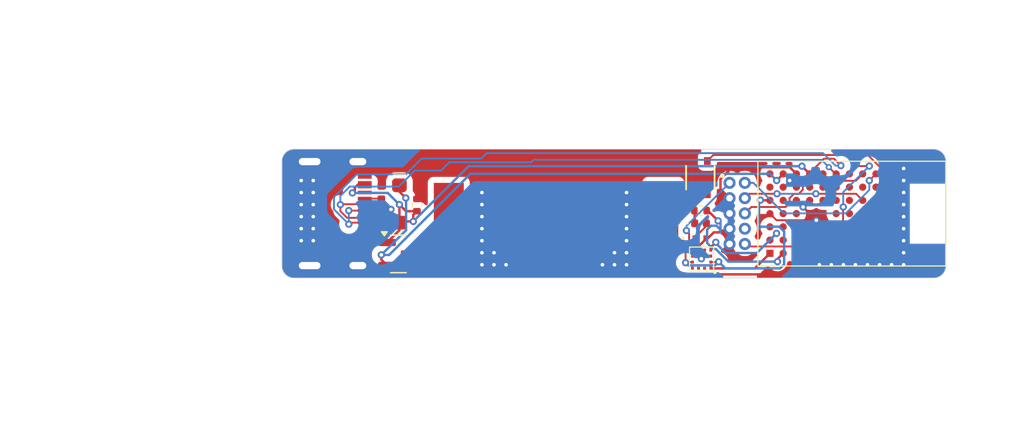
<source format=kicad_pcb>
(kicad_pcb (version 20240108) (generator "pcbnew") (generator_version "8.0")
  (layers (0 "F.Cu" signal) (31 "B.Cu" signal) (34 "B.Paste" user) (35 "F.Paste" user) (36 "B.SilkS" user "B.Silkscreen") (37 "F.SilkS" user "F.Silkscreen") (38 "B.Mask" user) (39 "F.Mask" user) (44 "Edge.Cuts" user))
  (net 0 "")
  (net 1 "/SCL")
  (net 5 "GND")
  (net 8 "/SDA")
  (net 9 "/SWDIO")
  (net 10 "/RESET")
  (net 11 "/SWDCLK")
  (net 12 "/SWO")
  (net 13 "/SWITCH")
  (net 15 "VDDH")
  (net 17 "VDD")
  (net 18 "/D-")
  (net 19 "Net-(J1-CC1)")
  (net 21 "/D+")
  (net 22 "Net-(J1-CC2)")
  (net 23 "+BATT")
  (net 30 "Net-(D1-K)")
  (net 32 "VBUS")
  (net 33 "/LED")
  (footprint "Snapeda:SWD Contacts" (layer "F.Cu") (at 211.05 102.6)
    (property "Reference" "SWD1" (hide yes))
    (property "Value" "~")
    (fp_circle (center -1.1 -3) (end -0.958579 -3) (stroke (width 0.1)) (fill solid) (layer "F.SilkS"))
    (pad "1" thru_hole circle (at -0.5 -2.405 270) (size 1 1) (drill 0.55) (layers "*.Cu" "*.Mask") (net 17 "VDD"))
    (pad "2" thru_hole circle (at 0.77 -2.405 270) (size 1 1) (drill 0.55) (layers "*.Cu" "*.Mask") (net 9 "/SWDIO"))
    (pad "3" thru_hole circle (at -0.5 -1.135 270) (size 1 1) (drill 0.55) (layers "*.Cu" "*.Mask") (net 5 "GND"))
    (pad "4" thru_hole circle (at 0.77 -1.135 270) (size 1 1) (drill 0.55) (layers "*.Cu" "*.Mask") (net 11 "/SWDCLK"))
    (pad "5" thru_hole circle (at -0.5 0.135 270) (size 1 1) (drill 0.55) (layers "*.Cu" "*.Mask") (net 5 "GND"))
    (pad "6" thru_hole circle (at 0.77 0.135 270) (size 1 1) (drill 0.55) (layers "*.Cu" "*.Mask") (net 12 "/SWO"))
    (pad "7" thru_hole circle (at -0.5 1.405 270) (size 1 1) (drill 0.55) (layers "*.Cu" "*.Mask") (net 5 "GND"))
    (pad "8" thru_hole circle (at 0.77 1.405 270) (size 1 1) (drill 0.55) (layers "*.Cu" "*.Mask"))
    (pad "9" thru_hole circle (at -0.5 2.675 270) (size 1 1) (drill 0.55) (layers "*.Cu" "*.Mask") (net 5 "GND"))
    (pad "10" thru_hole circle (at 0.77 2.675 270) (size 1 1) (drill 0.55) (layers "*.Cu" "*.Mask") (net 10 "/RESET"))
  )
  (footprint "Snapeda:MC3479_MEM" (layer "F.Cu") (at 208.2288 106.5295 180)
    (property "Reference" "U1" (hide yes))
    (property "Value" "MC3479")
    (fp_rect (start -1 -1) (end 1 1) (stroke (width 0.1)) (fill none) (layer "F.SilkS"))
    (fp_circle (center -1.1 -1.1) (end -1 -1.1) (stroke (width 0.1)) (fill solid) (layer "F.SilkS"))
    (pad "1" smd rect (at -0.759899 -0.750001 270) (size 0.254 0.2286) (layers "F.Cu" "F.Paste" "F.Mask") (net 1 "/SCL"))
    (pad "2" smd rect (at -0.759899 -0.25 270) (size 0.254 0.2286) (layers "F.Cu" "F.Paste" "F.Mask") (net 17 "VDD"))
    (pad "3" smd rect (at -0.759899 0.25 270) (size 0.254 0.2286) (layers "F.Cu" "F.Paste" "F.Mask") (net 5 "GND"))
    (pad "4" smd rect (at -0.759899 0.750001 270) (size 0.254 0.2286) (layers "F.Cu" "F.Paste" "F.Mask") (net 8 "/SDA"))
    (pad "5" smd rect (at -0.25 0.759899 180) (size 0.254 0.2286) (layers "F.Cu" "F.Paste" "F.Mask"))
    (pad "6" smd rect (at 0.25 0.759899 180) (size 0.254 0.2286) (layers "F.Cu" "F.Paste" "F.Mask") (net 5 "GND"))
    (pad "7" smd rect (at 0.759899 0.750001 270) (size 0.254 0.2286) (layers "F.Cu" "F.Paste" "F.Mask") (net 5 "GND"))
    (pad "8" smd rect (at 0.759899 0.25 270) (size 0.254 0.2286) (layers "F.Cu" "F.Paste" "F.Mask"))
    (pad "9" smd rect (at 0.759899 -0.25 270) (size 0.254 0.2286) (layers "F.Cu" "F.Paste" "F.Mask") (net 17 "VDD"))
    (pad "10" smd rect (at 0.759899 -0.750001 270) (size 0.254 0.2286) (layers "F.Cu" "F.Paste" "F.Mask"))
    (pad "11" smd rect (at 0.25 -0.759899 180) (size 0.254 0.2286) (layers "F.Cu" "F.Paste" "F.Mask"))
    (pad "12" smd rect (at -0.25 -0.759899 180) (size 0.254 0.2286) (layers "F.Cu" "F.Paste" "F.Mask"))
  )
  (footprint "Resistor_SMD:R_0402_1005Metric" (layer "F.Cu") (at 181.65 101 -90)
    (property "Reference" "R4" (hide yes))
    (property "Value" "5.1k")
    (pad "1" smd roundrect (at -0.51 0 270) (size 0.54 0.64) (layers "F.Cu" "F.Paste" "F.Mask") (net 5 "GND"))
    (pad "2" smd roundrect (at 0.51 0 270) (size 0.54 0.64) (layers "F.Cu" "F.Paste" "F.Mask") (net 19 "Net-(J1-CC1)"))
  )
  (footprint "Snapeda:SS1020FL" (layer "F.Cu") (at 183.15 101.95 -90)
    (property "Reference" "D2" (hide yes))
    (property "Value" "SS1020FL")
    (fp_line (start -2.4 -0.5) (end -2.4 0.5) (stroke (width 0.1)) (layer "F.SilkS"))
    (pad "1" smd roundrect (at -1.55 0 270) (size 1.15 1.22) (layers "F.Cu" "F.Paste" "F.Mask") (net 15 "VDDH"))
    (pad "2" smd roundrect (at 1.55 0 270) (size 1.15 1.22) (layers "F.Cu" "F.Paste" "F.Mask") (net 32 "VBUS"))
  )
  (footprint "Snapeda:R-668127_MIT" (layer "F.Cu") (at 208.12535 99.76 -90)
    (property "Reference" "SW1" (hide yes))
    (property "Value" "R-668127")
    (fp_line (start -0.982503 1.1811) (end 0.982503 1.1811) (stroke (width 0.1524)) (layer "F.SilkS"))
    (fp_line (start 0.982503 -1.1811) (end -0.982503 -1.1811) (stroke (width 0.1524)) (layer "F.SilkS"))
    (pad "1" smd rect (at -1.384998 -0.579999 270) (size 0.635 0.5588) (layers "F.Cu" "F.Paste" "F.Mask") (net 13 "/SWITCH"))
    (pad "2" smd rect (at 1.384998 -0.579999 270) (size 0.635 0.5588) (layers "F.Cu" "F.Paste" "F.Mask") (net 13 "/SWITCH"))
    (pad "3" smd rect (at -1.384998 0.579999 270) (size 0.635 0.5588) (layers "F.Cu" "F.Paste" "F.Mask") (net 5 "GND"))
    (pad "4" smd rect (at 1.384998 0.579999 270) (size 0.635 0.5588) (layers "F.Cu" "F.Paste" "F.Mask") (net 5 "GND"))
  )
  (footprint "Snapeda:PAN1780_PAN1780FP" (layer "F.Cu") (at 220.5 102.75)
    (property "Reference" "U3" (hide yes))
    (property "Value" "PAN1780")
    (fp_line (start -7.6 -4.35) (end 8 -4.35) (stroke (width 0.1016)) (layer "F.SilkS"))
    (fp_line (start -7.6 4.35) (end -7.6 -4.35) (stroke (width 0.1016)) (layer "F.SilkS"))
    (fp_line (start 8 -4.35) (end 8 4.35) (stroke (width 0.1016)) (layer "F.SilkS"))
    (fp_line (start 8 4.35) (end -7.6 4.35) (stroke (width 0.1016)) (layer "F.SilkS"))
    (pad "A1" smd rect (at -6.6 3.3) (size 0.6 0.6) (layers "F.Cu" "F.Paste" "F.Mask") (net 1 "/SCL"))
    (pad "A2" smd circle (at -5.5 3.3) (size 0.6 0.6) (layers "F.Cu" "F.Paste" "F.Mask") (net 33 "/LED"))
    (pad "A3" smd circle (at -4.4 3.3) (size 0.6 0.6) (layers "F.Cu" "F.Paste" "F.Mask"))
    (pad "A4" smd circle (at -3.3 3.3) (size 0.6 0.6) (layers "F.Cu" "F.Paste" "F.Mask"))
    (pad "A5" smd circle (at -2.2 3.3) (size 0.6 0.6) (layers "F.Cu" "F.Paste" "F.Mask"))
    (pad "A6" smd circle (at -1.1 3.3) (size 0.6 0.6) (layers "F.Cu" "F.Paste" "F.Mask"))
    (pad "A7" smd circle (at 0 3.3) (size 0.6 0.6) (layers "F.Cu" "F.Paste" "F.Mask"))
    (pad "A8" smd circle (at 1.1 3.3) (size 0.6 0.6) (layers "F.Cu" "F.Paste" "F.Mask"))
    (pad "A9" smd circle (at 2.2 3.3) (size 0.6 0.6) (layers "F.Cu" "F.Paste" "F.Mask"))
    (pad "A10" smd circle (at 3.3 3.3) (size 0.6 0.6) (layers "F.Cu" "F.Paste" "F.Mask") (net 5 "GND"))
    (pad "A12" smd circle (at 5.5 3.3) (size 0.6 0.6) (layers "F.Cu" "F.Paste" "F.Mask") (net 5 "GND"))
    (pad "A13" smd circle (at 6.6 3.3) (size 0.6 0.6) (layers "F.Cu" "F.Paste" "F.Mask") (net 5 "GND"))
    (pad "B1" smd circle (at -6.6 2.2) (size 0.6 0.6) (layers "F.Cu" "F.Paste" "F.Mask") (net 8 "/SDA"))
    (pad "B2" smd circle (at -5.5 2.2) (size 0.6 0.6) (layers "F.Cu" "F.Paste" "F.Mask"))
    (pad "B3" smd circle (at -4.4 2.2) (size 0.6 0.6) (layers "F.Cu" "F.Paste" "F.Mask"))
    (pad "B4" smd circle (at -3.3 2.2) (size 0.6 0.6) (layers "F.Cu" "F.Paste" "F.Mask"))
    (pad "B5" smd circle (at -2.2 2.2) (size 0.6 0.6) (layers "F.Cu" "F.Paste" "F.Mask"))
    (pad "B6" smd circle (at -1.1 2.2) (size 0.6 0.6) (layers "F.Cu" "F.Paste" "F.Mask"))
    (pad "B7" smd circle (at 0 2.2) (size 0.6 0.6) (layers "F.Cu" "F.Paste" "F.Mask"))
    (pad "B8" smd circle (at 1.1 2.2) (size 0.6 0.6) (layers "F.Cu" "F.Paste" "F.Mask"))
    (pad "B9" smd circle (at 2.2 2.2) (size 0.6 0.6) (layers "F.Cu" "F.Paste" "F.Mask"))
    (pad "B10" smd circle (at 3.3 2.2) (size 0.6 0.6) (layers "F.Cu" "F.Paste" "F.Mask") (net 5 "GND"))
    (pad "C1" smd circle (at -6.6 1.1) (size 0.6 0.6) (layers "F.Cu" "F.Paste" "F.Mask"))
    (pad "C2" smd circle (at -5.5 1.1) (size 0.6 0.6) (layers "F.Cu" "F.Paste" "F.Mask"))
    (pad "C3" smd circle (at -4.4 1.1) (size 0.6 0.6) (layers "F.Cu" "F.Paste" "F.Mask"))
    (pad "C4" smd circle (at -3.3 1.1) (size 0.6 0.6) (layers "F.Cu" "F.Paste" "F.Mask") (net 5 "GND"))
    (pad "C5" smd circle (at -2.2 1.1) (size 0.6 0.6) (layers "F.Cu" "F.Paste" "F.Mask") (net 5 "GND"))
    (pad "C6" smd circle (at -1.1 1.1) (size 0.6 0.6) (layers "F.Cu" "F.Paste" "F.Mask"))
    (pad "C7" smd circle (at 0 1.1) (size 0.6 0.6) (layers "F.Cu" "F.Paste" "F.Mask"))
    (pad "C8" smd circle (at 1.1 1.1) (size 0.6 0.6) (layers "F.Cu" "F.Paste" "F.Mask"))
    (pad "C9" smd circle (at 2.2 1.1) (size 0.6 0.6) (layers "F.Cu" "F.Paste" "F.Mask"))
    (pad "C10" smd circle (at 3.3 1.1) (size 0.6 0.6) (layers "F.Cu" "F.Paste" "F.Mask") (net 5 "GND"))
    (pad "D1" smd circle (at -6.6 0) (size 0.6 0.6) (layers "F.Cu" "F.Paste" "F.Mask") (net 5 "GND"))
    (pad "D2" smd circle (at -5.5 0) (size 0.6 0.6) (layers "F.Cu" "F.Paste" "F.Mask"))
    (pad "D3" smd circle (at -4.4 0) (size 0.6 0.6) (layers "F.Cu" "F.Paste" "F.Mask"))
    (pad "D4" smd circle (at -3.3 0) (size 0.6 0.6) (layers "F.Cu" "F.Paste" "F.Mask") (net 5 "GND"))
    (pad "D5" smd circle (at -2.2 0) (size 0.6 0.6) (layers "F.Cu" "F.Paste" "F.Mask") (net 5 "GND"))
    (pad "D6" smd circle (at -1.1 0) (size 0.6 0.6) (layers "F.Cu" "F.Paste" "F.Mask"))
    (pad "D7" smd circle (at 0 0) (size 0.6 0.6) (layers "F.Cu" "F.Paste" "F.Mask"))
    (pad "D8" smd circle (at 1.1 0) (size 0.6 0.6) (layers "F.Cu" "F.Paste" "F.Mask"))
    (pad "D9" smd circle (at 2.2 0) (size 0.6 0.6) (layers "F.Cu" "F.Paste" "F.Mask") (net 5 "GND"))
    (pad "D10" smd circle (at 3.3 0) (size 0.6 0.6) (layers "F.Cu" "F.Paste" "F.Mask") (net 5 "GND"))
    (pad "E1" smd circle (at -6.6 -1.1) (size 0.6 0.6) (layers "F.Cu" "F.Paste" "F.Mask") (net 17 "VDD"))
    (pad "E2" smd circle (at -5.5 -1.1) (size 0.6 0.6) (layers "F.Cu" "F.Paste" "F.Mask"))
    (pad "E3" smd circle (at -4.4 -1.1) (size 0.6 0.6) (layers "F.Cu" "F.Paste" "F.Mask") (net 5 "GND"))
    (pad "E4" smd circle (at -3.3 -1.1) (size 0.6 0.6) (layers "F.Cu" "F.Paste" "F.Mask"))
    (pad "E5" smd circle (at -2.2 -1.1) (size 0.6 0.6) (layers "F.Cu" "F.Paste" "F.Mask"))
    (pad "E6" smd circle (at -1.1 -1.1) (size 0.6 0.6) (layers "F.Cu" "F.Paste" "F.Mask"))
    (pad "E7" smd circle (at 0 -1.1) (size 0.6 0.6) (layers "F.Cu" "F.Paste" "F.Mask"))
    (pad "E8" smd circle (at 1.1 -1.1) (size 0.6 0.6) (layers "F.Cu" "F.Paste" "F.Mask") (net 11 "/SWDCLK"))
    (pad "E9" smd circle (at 2.2 -1.1) (size 0.6 0.6) (layers "F.Cu" "F.Paste" "F.Mask"))
    (pad "E10" smd circle (at 3.3 -1.1) (size 0.6 0.6) (layers "F.Cu" "F.Paste" "F.Mask"))
    (pad "F1" smd circle (at -6.6 -2.2) (size 0.6 0.6) (layers "F.Cu" "F.Paste" "F.Mask"))
    (pad "F2" smd circle (at -5.5 -2.2) (size 0.6 0.6) (layers "F.Cu" "F.Paste" "F.Mask"))
    (pad "F3" smd circle (at -4.4 -2.2) (size 0.6 0.6) (layers "F.Cu" "F.Paste" "F.Mask"))
    (pad "F4" smd circle (at -3.3 -2.2) (size 0.6 0.6) (layers "F.Cu" "F.Paste" "F.Mask"))
    (pad "F5" smd circle (at -2.2 -2.2) (size 0.6 0.6) (layers "F.Cu" "F.Paste" "F.Mask"))
    (pad "F6" smd circle (at -1.1 -2.2) (size 0.6 0.6) (layers "F.Cu" "F.Paste" "F.Mask"))
    (pad "F7" smd circle (at 0 -2.2) (size 0.6 0.6) (layers "F.Cu" "F.Paste" "F.Mask"))
    (pad "F8" smd circle (at 1.1 -2.2) (size 0.6 0.6) (layers "F.Cu" "F.Paste" "F.Mask"))
    (pad "F9" smd circle (at 2.2 -2.2) (size 0.6 0.6) (layers "F.Cu" "F.Paste" "F.Mask") (net 13 "/SWITCH"))
    (pad "F10" smd circle (at 3.3 -2.2) (size 0.6 0.6) (layers "F.Cu" "F.Paste" "F.Mask") (net 5 "GND"))
    (pad "G1" smd circle (at -6.6 -3.3) (size 0.6 0.6) (layers "F.Cu" "F.Paste" "F.Mask"))
    (pad "G2" smd circle (at -5.5 -3.3) (size 0.6 0.6) (layers "F.Cu" "F.Paste" "F.Mask") (net 15 "VDDH"))
    (pad "G3" smd circle (at -4.4 -3.3) (size 0.6 0.6) (layers "F.Cu" "F.Paste" "F.Mask") (net 5 "GND"))
    (pad "G4" smd circle (at -3.3 -3.3) (size 0.6 0.6) (layers "F.Cu" "F.Paste" "F.Mask") (net 32 "VBUS"))
    (pad "G5" smd circle (at -2.2 -3.3) (size 0.6 0.6) (layers "F.Cu" "F.Paste" "F.Mask") (net 21 "/D+"))
    (pad "G6" smd circle (at -1.1 -3.3) (size 0.6 0.6) (layers "F.Cu" "F.Paste" "F.Mask") (net 18 "/D-"))
    (pad "G7" smd circle (at 0 -3.3) (size 0.6 0.6) (layers "F.Cu" "F.Paste" "F.Mask") (net 10 "/RESET"))
    (pad "G8" smd circle (at 1.1 -3.3) (size 0.6 0.6) (layers "F.Cu" "F.Paste" "F.Mask") (net 12 "/SWO"))
    (pad "G9" smd circle (at 2.2 -3.3) (size 0.6 0.6) (layers "F.Cu" "F.Paste" "F.Mask") (net 9 "/SWDIO"))
    (pad "G10" smd circle (at 3.3 -3.3) (size 0.6 0.6) (layers "F.Cu" "F.Paste" "F.Mask") (net 5 "GND"))
    (pad "G12" smd circle (at 5.5 -3.3) (size 0.6 0.6) (layers "F.Cu" "F.Paste" "F.Mask") (net 5 "GND"))
    (pad "G13" smd circle (at 6.6 -3.3) (size 0.6 0.6) (layers "F.Cu" "F.Paste" "F.Mask") (net 5 "GND"))
    (zone (net 0) (net_name "") (layers "F&B.Cu") (name "Antenna Keep Out") (connect_pads (clearance 0)) (min_thickness 0.25)
      (keepout (tracks not_allowed) (vias not_allowed) (pads not_allowed) (copperpour not_allowed) (footprints not_allowed))
      (fill (thermal_gap 0.5) (thermal_bridge_width 0.5))
      (polygon (pts (xy 228.5 105.25) (xy 228.5 100.25) (xy 225.5 100.25) (xy 225.5 105.25)))
    )
  )
  (footprint "Snapeda:USB4215-03-A_REVA_GCT_USB4215-03-A_REVA" (layer "F.Cu") (at 175.7 102.75 -90)
    (property "Reference" "J1" (hide yes))
    (property "Value" "USB4215-03-A_REVA")
    (pad "A1_B12" smd rect (at -3.2 -4.575 270) (size 0.6 1.15) (layers "F.Cu" "F.Paste" "F.Mask") (net 5 "GND"))
    (pad "A4_B9" smd rect (at -2.4 -4.575 270) (size 0.6 1.15) (layers "F.Cu" "F.Paste" "F.Mask") (net 32 "VBUS"))
    (pad "A5" smd rect (at -1.25 -4.575 270) (size 0.3 1.15) (layers "F.Cu" "F.Paste" "F.Mask") (net 19 "Net-(J1-CC1)"))
    (pad "A6" smd rect (at -0.25 -4.575 270) (size 0.3 1.15) (layers "F.Cu" "F.Paste" "F.Mask") (net 21 "/D+"))
    (pad "A7" smd rect (at 0.25 -4.575 270) (size 0.3 1.15) (layers "F.Cu" "F.Paste" "F.Mask") (net 18 "/D-"))
    (pad "A8" smd rect (at 1.25 -4.575 270) (size 0.3 1.15) (layers "F.Cu" "F.Paste" "F.Mask"))
    (pad "B1_A12" smd rect (at 3.2 -4.575 270) (size 0.6 1.15) (layers "F.Cu" "F.Paste" "F.Mask") (net 5 "GND"))
    (pad "B4_A9" smd rect (at 2.4 -4.575 270) (size 0.6 1.15) (layers "F.Cu" "F.Paste" "F.Mask") (net 32 "VBUS"))
    (pad "B5" smd rect (at 1.75 -4.575 270) (size 0.3 1.15) (layers "F.Cu" "F.Paste" "F.Mask") (net 22 "Net-(J1-CC2)"))
    (pad "B6" smd rect (at 0.75 -4.575 270) (size 0.3 1.15) (layers "F.Cu" "F.Paste" "F.Mask") (net 21 "/D+"))
    (pad "B7" smd rect (at -0.75 -4.575 270) (size 0.3 1.15) (layers "F.Cu" "F.Paste" "F.Mask") (net 18 "/D-"))
    (pad "B8" smd rect (at -1.75 -4.575 270) (size 0.3 1.15) (layers "F.Cu" "F.Paste" "F.Mask"))
    (pad "SH1" thru_hole oval (at -4.32 -4 270) (size 1 1.8) (drill oval 0.6 1.4) (layers "*.Cu" "*.Mask") (net 5 "GND"))
    (pad "SH2" thru_hole oval (at 4.32 -4 270) (size 1 1.8) (drill oval 0.6 1.4) (layers "*.Cu" "*.Mask") (net 5 "GND"))
    (pad "SH3" thru_hole roundrect (at -4.32 0 270) (size 1 2.2) (drill oval 0.6 1.8) (layers "*.Cu" "*.Mask") (net 5 "GND"))
    (pad "SH4" thru_hole roundrect (at 4.32 0 270) (size 1 2.2) (drill oval 0.6 1.8) (layers "*.Cu" "*.Mask") (net 5 "GND"))
  )
  (footprint "Resistor_SMD:R_0402_1005Metric" (layer "F.Cu") (at 184.6 102.04 90)
    (property "Reference" "R5" (hide yes))
    (property "Value" "100k" (hide yes))
    (fp_line (start -0.153641 -0.38) (end 0.153641 -0.38) (stroke (width 0.12)) (layer "F.SilkS"))
    (fp_line (start -0.153641 0.38) (end 0.153641 0.38) (stroke (width 0.12)) (layer "F.SilkS"))
    (pad "1" smd roundrect (at -0.51 0 90) (size 0.54 0.64) (layers "F.Cu" "F.Paste" "F.Mask") (net 32 "VBUS"))
    (pad "2" smd roundrect (at 0.51 0 90) (size 0.54 0.64) (layers "F.Cu" "F.Paste" "F.Mask") (net 5 "GND"))
  )
  (footprint "Snapeda:CAP_CL05_SAM" (layer "F.Cu") (at 208.1288 104.7807)
    (property "Reference" "C1" (hide yes))
    (property "Value" "0.1uF")
    (fp_circle (center -1.4906 0) (end -1.4144 0) (stroke (width 0.1524)) (fill none) (layer "F.SilkS"))
    (pad "1" smd rect (at -0.4512 0) (size 0.4024 0.4492) (layers "F.Cu" "F.Paste" "F.Mask") (net 17 "VDD"))
    (pad "2" smd rect (at 0.4512 0) (size 0.4024 0.4492) (layers "F.Cu" "F.Paste" "F.Mask") (net 5 "GND"))
    (zone (net 0) (net_name "") (layer "F.Cu") (connect_pads (clearance 0)) (min_thickness 0.254)
      (keepout (tracks not_allowed) (vias not_allowed) (pads allowed) (copperpour not_allowed) (footprints allowed))
      (fill (thermal_gap 0.508) (thermal_bridge_width 0.508))
      (polygon (pts (xy 207.9296 104.5815) (xy 208.328 104.5815) (xy 208.328 104.9799) (xy 207.9296 104.9799)))
    )
  )
  (footprint "Resistor_SMD:R_0402_1005Metric" (layer "F.Cu") (at 208.140349 102.5007)
    (property "Reference" "R1" (hide yes))
    (property "Value" "49.9")
    (fp_line (start -0.153641 -0.38) (end 0.153641 -0.38) (stroke (width 0.12)) (layer "F.SilkS"))
    (fp_line (start -0.153641 0.38) (end 0.153641 0.38) (stroke (width 0.12)) (layer "F.SilkS"))
    (pad "1" smd roundrect (at -0.51 0) (size 0.54 0.64) (layers "F.Cu" "F.Paste" "F.Mask") (net 30 "Net-(D1-K)"))
    (pad "2" smd roundrect (at 0.51 0) (size 0.54 0.64) (layers "F.Cu" "F.Paste" "F.Mask") (net 33 "/LED"))
  )
  (footprint "Snapeda:BAT-HLD-012-SMT_TEC" (layer "F.Cu") (at 196.15 102.9498)
    (property "Reference" "BT1" (hide yes))
    (property "Value" "BAT-HLD-012-SMT")
    (pad "1" smd rect (at -8.9 -0.199799) (size 2.4892 5.1054) (layers "F.Cu" "F.Paste" "F.Mask") (net 23 "+BATT"))
    (pad "1" smd rect (at 8.9 -0.199799) (size 2.4892 5.1054) (layers "F.Cu" "F.Paste" "F.Mask") (net 23 "+BATT"))
    (pad "2" smd circle (at 0 -0.199799) (size 10.2108 10.2108) (layers "F.Cu" "F.Paste" "F.Mask") (net 5 "GND"))
  )
  (footprint "Resistor_SMD:R_0402_1005Metric" (layer "F.Cu") (at 181.65 103.3 90)
    (property "Reference" "R6" (hide yes))
    (property "Value" "5.1k")
    (pad "1" smd roundrect (at -0.51 0 90) (size 0.54 0.64) (layers "F.Cu" "F.Paste" "F.Mask") (net 22 "Net-(J1-CC2)"))
    (pad "2" smd roundrect (at 0.51 0 90) (size 0.54 0.64) (layers "F.Cu" "F.Paste" "F.Mask") (net 5 "GND"))
  )
  (footprint "LED_SMD:LED_0402_1005Metric" (layer "F.Cu") (at 208.140349 103.5507)
    (property "Reference" "D1" (hide yes))
    (property "Value" "LED")
    (fp_circle (center -1.09 0) (end -1.04 0) (stroke (width 0.1)) (fill none) (layer "F.SilkS"))
    (pad "1" smd roundrect (at -0.485 0) (size 0.59 0.64) (layers "F.Cu" "F.Paste" "F.Mask") (net 30 "Net-(D1-K)"))
    (pad "2" smd roundrect (at 0.485 0) (size 0.59 0.64) (layers "F.Cu" "F.Paste" "F.Mask") (net 17 "VDD"))
  )
  (footprint "Package_TO_SOT_SMD:SOT-23" (layer "F.Cu") (at 183.0625 106.1)
    (property "Reference" "Q2" (hide yes))
    (property "Value" "Q_PMOS_GSD" (hide yes))
    (fp_line (start 0 -1.56) (end -0.65 -1.56) (stroke (width 0.12)) (layer "F.SilkS"))
    (fp_line (start 0 -1.56) (end 0.65 -1.56) (stroke (width 0.12)) (layer "F.SilkS"))
    (fp_line (start 0 1.56) (end -0.65 1.56) (stroke (width 0.12)) (layer "F.SilkS"))
    (fp_line (start 0 1.56) (end 0.65 1.56) (stroke (width 0.12)) (layer "F.SilkS"))
    (fp_poly (pts (xy -1.1625 -1.51) (xy -1.4025 -1.84) (xy -0.9225 -1.84) (xy -1.1625 -1.51)) (stroke (width 0.12)) (fill solid) (layer "F.SilkS"))
    (pad "1" smd roundrect (at -0.9375 -0.95) (size 1.475 0.6) (layers "F.Cu" "F.Paste" "F.Mask") (net 32 "VBUS"))
    (pad "2" smd roundrect (at -0.9375 0.95) (size 1.475 0.6) (layers "F.Cu" "F.Paste" "F.Mask") (net 15 "VDDH"))
    (pad "3" smd roundrect (at 0.9375 0) (size 1.475 0.6) (layers "F.Cu" "F.Paste" "F.Mask") (net 23 "+BATT"))
  )
  (gr_line (start 228.5 98.4) (end 228.5 107.1) (stroke (width 0.05)) (layer "Edge.Cuts"))
  (gr_arc (start 228.5 107.1) (mid 228.207107 107.807107) (end 227.5 108.1) (stroke (width 0.05)) (layer "Edge.Cuts"))
  (gr_line (start 173.4 107.1) (end 173.4 98.4) (stroke (width 0.05)) (layer "Edge.Cuts"))
  (gr_line (start 174.4 97.4) (end 227.5 97.4) (stroke (width 0.05)) (layer "Edge.Cuts"))
  (gr_arc (start 174.4 108.1) (mid 173.692893 107.807107) (end 173.4 107.1) (stroke (width 0.05)) (layer "Edge.Cuts"))
  (gr_arc (start 173.4 98.4) (mid 173.692893 97.692893) (end 174.4 97.4) (stroke (width 0.05)) (layer "Edge.Cuts"))
  (gr_arc (start 227.5 97.4) (mid 228.207107 97.692893) (end 228.5 98.4) (stroke (width 0.05)) (layer "Edge.Cuts"))
  (gr_line (start 227.5 108.1) (end 174.4 108.1) (stroke (width 0.05)) (layer "Edge.Cuts"))
  (segment (start 212.646699 107.303301) (end 213.9 106.05) (width 0.2) (layer "F.Cu") (net 1))
  (segment (start 208.988699 107.279501) (end 209.012499 107.303301) (width 0.2) (layer "F.Cu") (net 1))
  (segment (start 209.012499 107.303301) (end 212.646699 107.303301) (width 0.2) (layer "F.Cu") (net 1))
  (segment (start 209.7976 100.7126) (end 209.7976 99.883345) (width 0.2) (layer "F.Cu") (net 5))
  (segment (start 210.783345 98.8976) (end 215.5476 98.8976) (width 0.2) (layer "F.Cu") (net 5))
  (segment (start 210.55 102.735) (end 210.55 104.005) (width 0.2) (layer "F.Cu") (net 5))
  (segment (start 207.545351 101.144998) (end 207.7786 100.911749) (width 0.2) (layer "F.Cu") (net 5))
  (segment (start 207.9788 105.769601) (end 207.9788 105.470522) (width 0.2) (layer "F.Cu") (net 5))
  (segment (start 207.9788 106.2695) (end 208.21 106.5007) (width 0.2) (layer "F.Cu") (net 5))
  (segment (start 210.55 101.465) (end 209.7976 100.7126) (width 0.2) (layer "F.Cu") (net 5))
  (segment (start 208.58 104.869322) (end 208.58 104.7807) (width 0.2) (layer "F.Cu") (net 5))
  (segment (start 207.9788 105.769601) (end 207.9788 106.2695) (width 0.2) (layer "F.Cu") (net 5))
  (segment (start 208.7693 104.7807) (end 209.24 104.31) (width 0.2) (layer "F.Cu") (net 5))
  (segment (start 207.7786 98.608251) (end 207.545351 98.375002) (width 0.2) (layer "F.Cu") (net 5))
  (segment (start 210.245 104.31) (end 210.55 104.005) (width 0.2) (layer "F.Cu") (net 5))
  (segment (start 208.4312 106.2795) (end 208.21 106.5007) (width 0.2) (layer "F.Cu") (net 5))
  (segment (start 214.45 103.3) (end 213.9 102.75) (width 0.1524) (layer "F.Cu") (net 5))
  (segment (start 216.1 101.65) (end 216.65 102.2) (width 0.2) (layer "F.Cu") (net 5))
  (segment (start 209.7976 99.883345) (end 210.783345 98.8976) (width 0.2) (layer "F.Cu") (net 5))
  (segment (start 208.988699 106.2795) (end 208.4312 106.2795) (width 0.2) (layer "F.Cu") (net 5))
  (segment (start 216.09 99.45) (end 215.54 100) (width 0.2) (layer "F.Cu") (net 5))
  (segment (start 216.1 99.45) (end 216.09 99.45) (width 0.2) (layer "F.Cu") (net 5))
  (segment (start 213.9 102.75) (end 213.81 102.75) (width 0.2) (layer "F.Cu") (net 5))
  (segment (start 210.55 105.275) (end 210.55 104.005) (width 0.2) (layer "F.Cu") (net 5))
  (segment (start 207.968902 105.779499) (end 207.9788 105.769601) (width 0.2) (layer "F.Cu") (net 5))
  (segment (start 210.55 101.465) (end 210.465 101.465) (width 0.2) (layer "F.Cu") (net 5))
  (segment (start 215.65 107.8) (end 205.45 107.8) (width 0.2) (layer "F.Cu") (net 5))
  (segment (start 207.468901 105.779499) (end 207.968902 105.779499) (width 0.2) (layer "F.Cu") (net 5))
  (segment (start 215.5476 98.8976) (end 216.1 99.45) (width 0.2) (layer "F.Cu") (net 5))
  (segment (start 210.55 101.465) (end 210.55 102.735) (width 0.2) (layer "F.Cu") (net 5))
  (segment (start 217.75 103.3) (end 214.45 103.3) (width 0.1524) (layer "F.Cu") (net 5))
  (segment (start 207.9788 105.470522) (end 208.58 104.869322) (width 0.2) (layer "F.Cu") (net 5))
  (segment (start 216.65 102.2) (end 217.2 102.75) (width 0.2) (layer "F.Cu") (net 5))
  (segment (start 209.24 104.31) (end 210.245 104.31) (width 0.2) (layer "F.Cu") (net 5))
  (segment (start 208.58 104.7807) (end 208.7693 104.7807) (width 0.2) (layer "F.Cu") (net 5))
  (segment (start 213.9 102.75) (end 213.935966 102.75) (width 0.2) (layer "F.Cu") (net 5))
  (via (at 202 106) (size 0.6) (drill 0.3) (layers "F.Cu" "B.Cu") (net 5))
  (via (at 202 103) (size 0.6) (drill 0.3) (layers "F.Cu" "B.Cu") (net 5))
  (via (at 192 107) (size 0.6) (drill 0.3) (layers "F.Cu" "B.Cu") (net 5))
  (via (at 190 106) (size 0.6) (drill 0.3) (layers "F.Cu" "B.Cu") (net 5))
  (via (at 225 100) (size 0.6) (drill 0.3) (layers "F.Cu" "B.Cu") (net 5))
  (via (at 175 103) (size 0.6) (drill 0.3) (layers "F.Cu" "B.Cu") (net 5))
  (via (at 175 105) (size 0.6) (drill 0.3) (layers "F.Cu" "B.Cu") (net 5))
  (via (at 220 107) (size 0.6) (drill 0.3) (layers "F.Cu" "B.Cu") (net 5))
  (via (at 190 105) (size 0.6) (drill 0.3) (layers "F.Cu" "B.Cu") (net 5))
  (via (at 225 99) (size 0.6) (drill 0.3) (layers "F.Cu" "B.Cu") (net 5))
  (via (at 176 104) (size 0.6) (drill 0.3) (layers "F.Cu" "B.Cu") (net 5))
  (via (at 202 102) (size 0.6) (drill 0.3) (layers "F.Cu" "B.Cu") (net 5))
  (via (at 202 104) (size 0.6) (drill 0.3) (layers "F.Cu" "B.Cu") (net 5))
  (via (at 190 103) (size 0.6) (drill 0.3) (layers "F.Cu" "B.Cu") (net 5))
  (via (at 202 107) (size 0.6) (drill 0.3) (layers "F.Cu" "B.Cu") (net 5))
  (via (at 225 106) (size 0.6) (drill 0.3) (layers "F.Cu" "B.Cu") (net 5))
  (via (at 176 103) (size 0.6) (drill 0.3) (layers "F.Cu" "B.Cu") (net 5))
  (via (at 202 101) (size 0.6) (drill 0.3) (layers "F.Cu" "B.Cu") (net 5))
  (via (at 215.54 100) (size 0.6) (drill 0.3) (layers "F.Cu" "B.Cu") (net 5))
  (via (at 182.45 102.4) (size 0.6) (drill 0.3) (layers "F.Cu" "B.Cu") (net 5))
  (via (at 176 105) (size 0.6) (drill 0.3) (layers "F.Cu" "B.Cu") (net 5))
  (via (at 190 101) (size 0.6) (drill 0.3) (layers "F.Cu" "B.Cu") (net 5))
  (via (at 176 100) (size 0.6) (drill 0.3) (layers "F.Cu" "B.Cu") (net 5))
  (via (at 222 107) (size 0.6) (drill 0.3) (layers "F.Cu" "B.Cu") (net 5))
  (via (at 175 100) (size 0.6) (drill 0.3) (layers "F.Cu" "B.Cu") (net 5))
  (via (at 208.21 106.5007) (size 0.6) (drill 0.3) (layers "F.Cu" "B.Cu") (net 5))
  (via (at 217.75 103.3) (size 0.6) (drill 0.3) (layers "F.Cu" "B.Cu") (net 5))
  (via (at 201 107) (size 0.6) (drill 0.3) (layers "F.Cu" "B.Cu") (net 5))
  (via (at 175 102) (size 0.6) (drill 0.3) (layers "F.Cu" "B.Cu") (net 5))
  (via (at 225 104) (size 0.6) (drill 0.3) (layers "F.Cu" "B.Cu") (net 5))
  (via (at 225 103) (size 0.6) (drill 0.3) (layers "F.Cu" "B.Cu") (net 5))
  (via (at 216.65 102.2) (size 0.6) (drill 0.3) (layers "F.Cu" "B.Cu") (net 5))
  (via (at 176 102) (size 0.6) (drill 0.3) (layers "F.Cu" "B.Cu") (net 5))
  (via (at 225 102) (size 0.6) (drill 0.3) (layers "F.Cu" "B.Cu") (net 5))
  (via (at 175 101) (size 0.6) (drill 0.3) (layers "F.Cu" "B.Cu") (net 5))
  (via (at 225 105) (size 0.6) (drill 0.3) (layers "F.Cu" "B.Cu") (net 5))
  (via (at 202 105) (size 0.6) (drill 0.3) (layers "F.Cu" "B.Cu") (net 5))
  (via (at 218 107) (size 0.6) (drill 0.3) (layers "F.Cu" "B.Cu") (net 5))
  (via (at 190 107) (size 0.6) (drill 0.3) (layers "F.Cu" "B.Cu") (net 5))
  (via (at 225 107) (size 0.6) (drill 0.3) (layers "F.Cu" "B.Cu") (net 5))
  (via (at 219 107) (size 0.6) (drill 0.3) (layers "F.Cu" "B.Cu") (net 5))
  (via (at 225 101) (size 0.6) (drill 0.3) (layers "F.Cu" "B.Cu") (net 5))
  (via (at 223 107) (size 0.6) (drill 0.3) (layers "F.Cu" "B.Cu") (net 5))
  (via (at 224 107) (size 0.6) (drill 0.3) (layers "F.Cu" "B.Cu") (net 5))
  (via (at 175 104) (size 0.6) (drill 0.3) (layers "F.Cu" "B.Cu") (net 5))
  (via (at 200 107) (size 0.6) (drill 0.3) (layers "F.Cu" "B.Cu") (net 5))
  (via (at 191 107) (size 0.6) (drill 0.3) (layers "F.Cu" "B.Cu") (net 5))
  (via (at 221 107) (size 0.6) (drill 0.3) (layers "F.Cu" "B.Cu") (net 5))
  (via (at 201 106) (size 0.6) (drill 0.3) (layers "F.Cu" "B.Cu") (net 5))
  (via (at 190 104) (size 0.6) (drill 0.3) (layers "F.Cu" "B.Cu") (net 5))
  (via (at 176 101) (size 0.6) (drill 0.3) (layers "F.Cu" "B.Cu") (net 5))
  (via (at 190 102) (size 0.6) (drill 0.3) (layers "F.Cu" "B.Cu") (net 5))
  (via (at 191 106) (size 0.6) (drill 0.3) (layers "F.Cu" "B.Cu") (net 5))
  (segment (start 208.988699 105.551301) (end 209.41 105.13) (width 0.2) (layer "F.Cu") (net 8))
  (segment (start 214.45 104.4) (end 213.9 104.95) (width 0.1524) (layer "F.Cu") (net 8))
  (segment (start 214.45 104.39) (end 214.45 104.4) (width 0.1524) (layer "F.Cu") (net 8))
  (segment (start 208.988699 105.779499) (end 208.988699 105.551301) (width 0.2) (layer "F.Cu") (net 8))
  (via (at 209.41 105.13) (size 0.6) (drill 0.3) (layers "F.Cu" "B.Cu") (net 8))
  (via (at 214.45 104.39) (size 0.6) (drill 0.3) (layers "F.Cu" "B.Cu") (net 8))
  (segment (start 212.8126 106.0274) (end 214.45 104.39) (width 0.2) (layer "B.Cu") (net 8))
  (segment (start 209.41 105.199055) (end 210.238345 106.0274) (width 0.2) (layer "B.Cu") (net 8))
  (segment (start 209.41 105.13) (end 209.41 105.199055) (width 0.2) (layer "B.Cu") (net 8))
  (segment (start 210.238345 106.0274) (end 212.8126 106.0274) (width 0.2) (layer "B.Cu") (net 8))
  (segment (start 222.193879 99.993267) (end 222.193879 99.956121) (width 0.1524) (layer "F.Cu") (net 9))
  (segment (start 222.7 99.45) (end 222.15 100) (width 0.1524) (layer "F.Cu") (net 9))
  (via (at 222.15 100) (size 0.6) (drill 0.3) (layers "F.Cu" "B.Cu") (net 9))
  (segment (start 212.527106 100.195) (end 215.060706 102.7286) (width 0.1524) (layer "B.Cu") (net 9))
  (segment (start 220.205525 102.7286) (end 222.15 100.784125) (width 0.1524) (layer "B.Cu") (net 9))
  (segment (start 222.15 100.784125) (end 222.15 100) (width 0.1524) (layer "B.Cu") (net 9))
  (segment (start 211.82 100.195) (end 212.527106 100.195) (width 0.1524) (layer "B.Cu") (net 9))
  (segment (start 215.060706 102.7286) (end 220.205525 102.7286) (width 0.1524) (layer "B.Cu") (net 9))
  (segment (start 221.15 98.8) (end 220.5 99.45) (width 0.1524) (layer "F.Cu") (net 10))
  (segment (start 219.661754 105.4786) (end 219.9714 105.168954) (width 0.1524) (layer "F.Cu") (net 10))
  (segment (start 219.9714 105.168954) (end 219.9714 102.215171) (width 0.1524) (layer "F.Cu") (net 10))
  (segment (start 211.82 105.275) (end 212.0236 105.4786) (width 0.1524) (layer "F.Cu") (net 10))
  (segment (start 222.15 98.8) (end 221.15 98.8) (width 0.1524) (layer "F.Cu") (net 10))
  (segment (start 212.0236 105.4786) (end 219.661754 105.4786) (width 0.1524) (layer "F.Cu") (net 10))
  (segment (start 219.9714 102.215171) (end 219.986571 102.2) (width 0.1524) (layer "F.Cu") (net 10))
  (via (at 222.15 98.8) (size 0.6) (drill 0.3) (layers "F.Cu" "B.Cu") (net 10))
  (via (at 219.986571 102.2) (size 0.6) (drill 0.3) (layers "F.Cu" "B.Cu") (net 10))
  (segment (start 219.986571 102.2) (end 219.986571 100.963429) (width 0.1524) (layer "B.Cu") (net 10))
  (segment (start 219.986571 100.963429) (end 222.15 98.8) (width 0.1524) (layer "B.Cu") (net 10))
  (segment (start 214.486571 101.1) (end 212.185 101.1) (width 0.1524) (layer "F.Cu") (net 11))
  (segment (start 221.6 101.65) (end 221.05 101.1) (width 0.1524) (layer "F.Cu") (net 11))
  (segment (start 212.185 101.1) (end 211.82 101.465) (width 0.1524) (layer "F.Cu") (net 11))
  (segment (start 221.05 101.1) (end 217.713429 101.1) (width 0.1524) (layer "F.Cu") (net 11))
  (via (at 217.713429 101.1) (size 0.6) (drill 0.3) (layers "F.Cu" "B.Cu") (net 11))
  (via (at 214.486571 101.1) (size 0.6) (drill 0.3) (layers "F.Cu" "B.Cu") (net 11))
  (segment (start 217.713429 101.1) (end 214.486571 101.1) (width 0.1524) (layer "B.Cu") (net 11))
  (segment (start 216.6286 100.768954) (end 216.276154 101.1214) (width 0.1524) (layer "F.Cu") (net 12))
  (segment (start 215.197554 102.2) (end 212.355 102.2) (width 0.1524) (layer "F.Cu") (net 12))
  (segment (start 216.981046 100.0214) (end 216.6286 100.373846) (width 0.1524) (layer "F.Cu") (net 12))
  (segment (start 221.0286 100.0214) (end 216.981046 100.0214) (width 0.1524) (layer "F.Cu") (net 12))
  (segment (start 215.8786 101.1214) (end 215.5286 101.4714) (width 0.1524) (layer "F.Cu") (net 12))
  (segment (start 215.5286 101.4714) (end 215.5286 101.868954) (width 0.1524) (layer "F.Cu") (net 12))
  (segment (start 216.6286 100.373846) (end 216.6286 100.768954) (width 0.1524) (layer "F.Cu") (net 12))
  (segment (start 221.6 99.45) (end 221.0286 100.0214) (width 0.1524) (layer "F.Cu") (net 12))
  (segment (start 212.355 102.2) (end 211.82 102.735) (width 0.1524) (layer "F.Cu") (net 12))
  (segment (start 216.276154 101.1214) (end 215.8786 101.1214) (width 0.1524) (layer "F.Cu") (net 12))
  (segment (start 215.5286 101.868954) (end 215.197554 102.2) (width 0.1524) (layer "F.Cu") (net 12))
  (segment (start 208.705349 98.375002) (end 209.200351 97.88) (width 0.1524) (layer "F.Cu") (net 13))
  (segment (start 209.200351 97.88) (end 222.03 97.88) (width 0.1524) (layer "F.Cu") (net 13))
  (segment (start 223.2286 99.0786) (end 223.2286 100.0214) (width 0.1524) (layer "F.Cu") (net 13))
  (segment (start 223.2286 100.0214) (end 222.7 100.55) (width 0.1524) (layer "F.Cu") (net 13))
  (segment (start 222.03 97.88) (end 223.2286 99.0786) (width 0.1524) (layer "F.Cu") (net 13))
  (segment (start 215 99.46) (end 214.46 100) (width 0.2) (layer "F.Cu") (net 15))
  (segment (start 181.65 106.575) (end 182.125 107.05) (width 0.2) (layer "F.Cu") (net 15))
  (segment (start 215 99.45) (end 215 99.46) (width 0.2) (layer "F.Cu") (net 15))
  (segment (start 181.65 106.18) (end 181.65 106.575) (width 0.2) (layer "F.Cu") (net 15))
  (segment (start 183.15 100.4) (end 183.15 100.92) (width 0.2) (layer "F.Cu") (net 15))
  (segment (start 183.15 100.92) (end 183.68 101.45) (width 0.2) (layer "F.Cu") (net 15))
  (via (at 181.65 106.18) (size 0.6) (drill 0.3) (layers "F.Cu" "B.Cu") (net 15))
  (via (at 214.46 100) (size 0.6) (drill 0.3) (layers "F.Cu" "B.Cu") (net 15))
  (via (at 183.68 101.45) (size 0.6) (drill 0.3) (layers "F.Cu" "B.Cu") (net 15))
  (segment (start 183.7024 101.4724) (end 183.7024 104.1276) (width 0.2) (layer "B.Cu") (net 15))
  (segment (start 213.9026 99.4426) (end 189.038612 99.4426) (width 0.2) (layer "B.Cu") (net 15))
  (segment (start 183.68 101.45) (end 183.7024 101.4724) (width 0.2) (layer "B.Cu") (net 15))
  (segment (start 183.7024 104.1276) (end 181.65 106.18) (width 0.2) (layer "B.Cu") (net 15))
  (segment (start 182.301212 106.18) (end 181.65 106.18) (width 0.2) (layer "B.Cu") (net 15))
  (segment (start 214.46 100) (end 213.9026 99.4426) (width 0.2) (layer "B.Cu") (net 15))
  (segment (start 189.038612 99.4426) (end 182.301212 106.18) (width 0.2) (layer "B.Cu") (net 15))
  (segment (start 213.9 101.65) (end 213.13 101.65) (width 0.2) (layer "F.Cu") (net 17))
  (segment (start 206.9512 106.7795) (end 206.9 106.8307) (width 0.1524) (layer "F.Cu") (net 17))
  (segment (start 206.9 106.8307) (end 206.9 105.5583) (width 0.1524) (layer "F.Cu") (net 17))
  (segment (start 207.417701 106.8307) (end 207.468901 106.7795) (width 0.1524) (layer "F.Cu") (net 17))
  (segment (start 208.625349 103.777987) (end 208.625349 103.5507) (width 0.1524) (layer "F.Cu") (net 17))
  (segment (start 207.6776 104.725736) (end 208.625349 103.777987) (width 0.1524) (layer "F.Cu") (net 17))
  (segment (start 207.19415 104.38415) (end 206.97 104.16) (width 0.1524) (layer "F.Cu") (net 17))
  (segment (start 213.13 101.65) (end 213.11 101.63) (width 0.2) (layer "F.Cu") (net 17))
  (segment (start 208.988699 106.7795) (end 209.618653 106.7795) (width 0.1524) (layer "F.Cu") (net 17))
  (segment (start 207.468901 106.7795) (end 206.9512 106.7795) (width 0.1524) (layer "F.Cu") (net 17))
  (segment (start 206.9 105.5583) (end 207.19415 105.26415) (width 0.1524) (layer "F.Cu") (net 17))
  (segment (start 207.19415 105.26415) (end 207.19415 104.38415) (width 0.1524) (layer "F.Cu") (net 17))
  (segment (start 207.19415 105.26415) (end 207.6776 104.7807) (width 0.1524) (layer "F.Cu") (net 17))
  (segment (start 207.6776 104.7807) (end 207.6776 104.725736) (width 0.1524) (layer "F.Cu") (net 17))
  (via (at 206.97 104.16) (size 0.6) (drill 0.3) (layers "F.Cu" "B.Cu") (net 17))
  (via (at 209.647252 106.750901) (size 0.6) (drill 0.3) (layers "F.Cu" "B.Cu") (net 17))
  (via (at 213.11 101.63) (size 0.6) (drill 0.3) (layers "F.Cu" "B.Cu") (net 17))
  (via (at 206.9 106.8307) (size 0.6) (drill 0.3) (layers "F.Cu" "B.Cu") (net 17))
  (segment (start 214.678812 103.8376) (end 213.1624 103.8376) (width 0.2) (layer "B.Cu") (net 17))
  (segment (start 215.0824 104.241188) (end 214.678812 103.8376) (width 0.2) (layer "B.Cu") (net 17))
  (segment (start 210.196351 107.3) (end 209.647252 106.750901) (width 0.2) (layer "B.Cu") (net 17))
  (segment (start 213 104) (end 213 101.74) (width 0.2) (layer "B.Cu") (net 17))
  (segment (start 213 101.74) (end 213.11 101.63) (width 0.2) (layer "B.Cu") (net 17))
  (segment (start 214.751212 107.3) (end 210.196351 107.3) (width 0.2) (layer "B.Cu") (net 17))
  (segment (start 206.97 103.775) (end 210.55 100.195) (width 0.1524) (layer "B.Cu") (net 17))
  (segment (start 207.1224 107.0531) (end 206.9 106.8307) (width 0.2) (layer "B.Cu") (net 17))
  (segment (start 215.0824 106.968812) (end 215.0824 104.241188) (width 0.2) (layer "B.Cu") (net 17))
  (segment (start 206.97 104.16) (end 206.97 103.775) (width 0.1524) (layer "B.Cu") (net 17))
  (segment (start 215.0824 106.968812) (end 214.751212 107.3) (width 0.2) (layer "B.Cu") (net 17))
  (segment (start 209.647252 106.750901) (end 209.345053 107.0531) (width 0.2) (layer "B.Cu") (net 17))
  (segment (start 213.1624 103.8376) (end 213 104) (width 0.2) (layer "B.Cu") (net 17))
  (segment (start 209.345053 107.0531) (end 207.1224 107.0531) (width 0.2) (layer "B.Cu") (net 17))
  (segment (start 207.0986 107.0293) (end 206.9 106.8307) (width 0.1524) (layer "B.Cu") (net 17))
  (segment (start 180.175 103.1) (end 178.802446 103.1) (width 0.1524) (layer "F.Cu") (net 18))
  (segment (start 180.275 103) (end 180.175 103.1) (width 0.1524) (layer "F.Cu") (net 18))
  (segment (start 178.25 102.547554) (end 178.25 102) (width 0.1524) (layer "F.Cu") (net 18))
  (segment (start 178.802446 103.1) (end 178.25 102.547554) (width 0.1524) (layer "F.Cu") (net 18))
  (segment (start 180.275 102) (end 180.2464 101.9714) (width 0.1524) (layer "F.Cu") (net 18))
  (segment (start 219.35 99.45) (end 218.79 98.89) (width 0.1524) (layer "F.Cu") (net 18))
  (segment (start 180.2464 101.9714) (end 178.2786 101.9714) (width 0.1524) (layer "F.Cu") (net 18))
  (segment (start 219.4 99.45) (end 219.35 99.45) (width 0.1524) (layer "F.Cu") (net 18))
  (segment (start 178.2786 101.9714) (end 178.25 102) (width 0.1524) (layer "F.Cu") (net 18))
  (via (at 218.79 98.89) (size 0.508) (drill 0.254) (layers "F.Cu" "B.Cu") (net 18))
  (via (at 178.25 102) (size 0.6) (drill 0.3) (layers "F.Cu" "B.Cu") (net 18))
  (segment (start 187.2986 98.4814) (end 194.08 98.4814) (width 0.1524) (layer "B.Cu") (net 18))
  (segment (start 194.08 98.4814) (end 194.28 98.2814) (width 0.1524) (layer "B.Cu") (net 18))
  (segment (start 218.1814 98.2814) (end 218.79 98.89) (width 0.1524) (layer "B.Cu") (net 18))
  (segment (start 178.25 101.280148) (end 179.028644 100.501504) (width 0.1524) (layer "B.Cu") (net 18))
  (segment (start 186.61 99.17) (end 187.2986 98.4814) (width 0.1524) (layer "B.Cu") (net 18))
  (segment (start 184.43 99.17) (end 186.61 99.17) (width 0.1524) (layer "B.Cu") (net 18))
  (segment (start 183.098496 100.501504) (end 184.43 99.17) (width 0.1524) (layer "B.Cu") (net 18))
  (segment (start 179.028644 100.501504) (end 183.098496 100.501504) (width 0.1524) (layer "B.Cu") (net 18))
  (segment (start 178.25 102) (end 178.25 101.280148) (width 0.1524) (layer "B.Cu") (net 18))
  (segment (start 194.28 98.2814) (end 218.1814 98.2814) (width 0.1524) (layer "B.Cu") (net 18))
  (segment (start 180.275 101.5) (end 181.64 101.5) (width 0.1524) (layer "F.Cu") (net 19))
  (segment (start 181.64 101.5) (end 181.65 101.51) (width 0.1524) (layer "F.Cu") (net 19))
  (segment (start 218.3952 98.1848) (end 219.2148 98.1848) (width 0.1524) (layer "F.Cu") (net 21))
  (segment (start 218.3 99.45) (end 218.3 99.41) (width 0.1524) (layer "F.Cu") (net 21))
  (segment (start 218.3 99.45) (end 218.27 99.45) (width 0.1524) (layer "F.Cu") (net 21))
  (segment (start 180.275 103.5) (end 179.0786 103.5) (width 0.1524) (layer "F.Cu") (net 21))
  (segment (start 219.2148 98.1848) (end 219.79 98.76) (width 0.1524) (layer "F.Cu") (net 21))
  (segment (start 179.0786 103.5) (end 178.95 103.6286) (width 0.1524) (layer "F.Cu") (net 21))
  (segment (start 218.27 99.45) (end 217.7 98.88) (width 0.1524) (layer "F.Cu") (net 21))
  (segment (start 180.275 102.5) (end 178.95 102.5) (width 0.1524) (layer "F.Cu") (net 21))
  (segment (start 217.7 98.88) (end 218.3952 98.1848) (width 0.1524) (layer "F.Cu") (net 21))
  (via (at 178.95 103.6286) (size 0.6) (drill 0.3) (layers "F.Cu" "B.Cu") (net 21))
  (via (at 178.95 102.5) (size 0.6) (drill 0.3) (layers "F.Cu" "B.Cu") (net 21))
  (via (at 219.79 98.76) (size 0.6) (drill 0.3) (layers "F.Cu" "B.Cu") (net 21))
  (segment (start 189.9358 98.1766) (end 190.3862 97.7262) (width 0.1524) (layer "B.Cu") (net 21))
  (segment (start 178.95 103.6286) (end 177.7214 102.4) (width 0.1524) (layer "B.Cu") (net 21))
  (segment (start 183.678948 99.49) (end 184.992348 98.1766) (width 0.1524) (layer "B.Cu") (net 21))
  (segment (start 177.7214 102.4) (end 177.7214 101.377696) (width 0.1524) (layer "B.Cu") (net 21))
  (segment (start 179.609096 99.49) (end 183.678948 99.49) (width 0.1524) (layer "B.Cu") (net 21))
  (segment (start 219.3425 98.76) (end 219.79 98.76) (width 0.1524) (layer "B.Cu") (net 21))
  (segment (start 218.3087 97.7262) (end 219.3425 98.76) (width 0.1524) (layer "B.Cu") (net 21))
  (segment (start 177.7214 101.377696) (end 179.609096 99.49) (width 0.1524) (layer "B.Cu") (net 21))
  (segment (start 178.95 103.6286) (end 178.95 102.5) (width 0.1524) (layer "B.Cu") (net 21))
  (segment (start 184.992348 98.1766) (end 189.9358 98.1766) (width 0.1524) (layer "B.Cu") (net 21))
  (segment (start 190.3862 97.7262) (end 218.3087 97.7262) (width 0.1524) (layer "B.Cu") (net 21))
  (segment (start 180.96 104.5) (end 181.65 103.81) (width 0.1524) (layer "F.Cu") (net 22))
  (segment (start 180.275 104.5) (end 180.96 104.5) (width 0.1524) (layer "F.Cu") (net 22))
  (segment (start 187.25 102.750001) (end 187.25 102.85) (width 0.2) (layer "F.Cu") (net 23))
  (segment (start 187.25 102.85) (end 184 106.1) (width 0.8) (layer "F.Cu") (net 23))
  (segment (start 207.655349 103.5507) (end 207.655349 102.5257) (width 0.2) (layer "F.Cu") (net 30))
  (segment (start 207.655349 102.5257) (end 207.630349 102.5007) (width 0.2) (layer "F.Cu") (net 30))
  (segment (start 217.2 99.45) (end 216.56 98.81) (width 0.2) (layer "F.Cu") (net 32))
  (segment (start 183.15 102) (end 183.05 101.9) (width 0.2) (layer "F.Cu") (net 32))
  (segment (start 182.125 105.15) (end 183.15 104.125) (width 0.2) (layer "F.Cu") (net 32))
  (segment (start 179.4476 100.5976) (end 179.6952 100.35) (width 0.2) (layer "F.Cu") (net 32))
  (segment (start 183.25 103.4) (end 183.15 103.5) (width 0.2) (layer "F.Cu") (net 32))
  (segment (start 184.3 102.85) (end 184.6 102.55) (width 0.2) (layer "F.Cu") (net 32))
  (segment (start 179.6952 100.35) (end 180.275 100.35) (width 0.2) (layer "F.Cu") (net 32))
  (segment (start 183.7 102.55) (end 184.6 102.55) (width 0.2) (layer "F.Cu") (net 32))
  (segment (start 184.3 103.4) (end 184.3 102.85) (width 0.2) (layer "F.Cu") (net 32))
  (segment (start 180.275 105.15) (end 182.125 105.15) (width 0.2) (layer "F.Cu") (net 32))
  (segment (start 183.15 103.5) (end 183.15 102) (width 0.2) (layer "F.Cu") (net 32))
  (segment (start 179.4476 100.830102) (end 179.4476 100.5976) (width 0.2) (layer "F.Cu") (net 32))
  (segment (start 184.3 103.4) (end 183.25 103.4) (width 0.2) (layer "F.Cu") (net 32))
  (segment (start 183.15 102) (end 183.7 102.55) (width 0.2) (layer "F.Cu") (net 32))
  (segment (start 179.247598 101.030104) (end 179.4476 100.830102) (width 0.2) (layer "F.Cu") (net 32))
  (segment (start 183.15 104.125) (end 183.15 103.5) (width 0.2) (layer "F.Cu") (net 32))
  (via (at 184.3 103.4) (size 0.6) (drill 0.3) (layers "F.Cu" "B.Cu") (net 32))
  (via (at 179.247598 101.030104) (size 0.6) (drill 0.3) (layers "F.Cu" "B.Cu") (net 32))
  (via (at 216.56 98.81) (size 0.6) (drill 0.3) (layers "F.Cu" "B.Cu") (net 32))
  (via (at 183.15 102) (size 0.6) (drill 0.3) (layers "F.Cu" "B.Cu") (net 32))
  (segment (start 179.247598 101.030104) (end 182.180104 101.030104) (width 0.2) (layer "B.Cu") (net 32))
  (segment (start 182.180104 101.030104) (end 183.15 102) (width 0.2) (layer "B.Cu") (net 32))
  (segment (start 216.56 98.81) (end 188.89 98.81) (width 0.2) (layer "B.Cu") (net 32))
  (segment (start 188.89 98.81) (end 184.3 103.4) (width 0.2) (layer "B.Cu") (net 32))
  (segment (start 214.53 106.74) (end 214.53 106.52) (width 0.2) (layer "F.Cu") (net 33))
  (segment (start 208.650349 102.5007) (end 208.7507 102.5007) (width 0.2) (layer "F.Cu") (net 33))
  (segment (start 214.53 106.52) (end 215 106.05) (width 0.2) (layer "F.Cu") (net 33))
  (segment (start 208.7507 102.5007) (end 209.6 103.35) (width 0.2) (layer "F.Cu") (net 33))
  (via (at 209.6 103.35) (size 0.6) (drill 0.3) (layers "F.Cu" "B.Cu") (net 33))
  (via (at 214.53 106.74) (size 0.6) (drill 0.3) (layers "F.Cu" "B.Cu") (net 33))
  (segment (start 209.468812 103.7576) (end 209.011188 103.7576) (width 0.2) (layer "B.Cu") (net 33))
  (segment (start 209.6 103.35) (end 209.7976 103.5476) (width 0.2) (layer "B.Cu") (net 33))
  (segment (start 209.181188 105.6824) (end 209.394977 105.6824) (width 0.2) (layer "B.Cu") (net 33))
  (segment (start 208.6876 104.081188) (end 208.6876 105.188812) (width 0.2) (layer "B.Cu") (net 33))
  (segment (start 208.6876 105.188812) (end 209.181188 105.6824) (width 0.2) (layer "B.Cu") (net 33))
  (segment (start 209.7976 103.5476) (end 209.7976 104.316655) (width 0.2) (layer "B.Cu") (net 33))
  (segment (start 210.452577 106.74) (end 214.53 106.74) (width 0.2) (layer "B.Cu") (net 33))
  (segment (start 209.7976 104.316655) (end 209.7976 104.086388) (width 0.2) (layer "B.Cu") (net 33))
  (segment (start 209.394977 105.6824) (end 210.452577 106.74) (width 0.2) (layer "B.Cu") (net 33))
  (segment (start 209.7976 104.086388) (end 209.468812 103.7576) (width 0.2) (layer "B.Cu") (net 33))
  (segment (start 209.011188 103.7576) (end 208.6876 104.081188) (width 0.2) (layer "B.Cu") (net 33))
  (zone (net 5) (net_name "GND") (layers "F&B.Cu") (connect_pads yes (clearance 0.5)) (min_thickness 0.25) (fill yes (thermal_gap 0.5) (thermal_bridge_width 0.5))
    (polygon (pts (xy 235 85) (xy 150 85) (xy 150 120) (xy 235 120)))
  )
)
</source>
